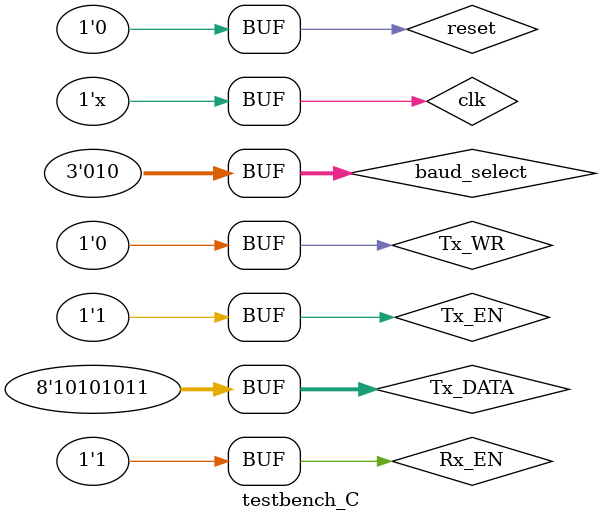
<source format=v>
`timescale 1ns/1ps
module testbench_C;
reg clk, reset;
wire sample_ENABLE;
reg [2:0] baud_select;


reg [7:0] Tx_DATA;
reg Tx_EN, Tx_WR, Rx_EN, Rx_D;

wire TxD, Tx_BUSY, Rx_FERROR, Rx_PERROR, Rx_VALID;
wire [7:0] Rx_DATA;

initial 
begin
    //sample_ENABLE = 0;  
    clk = 0;
    reset = 1;
    Tx_DATA = 8'b11101011;
    Tx_WR = 0;
    Tx_EN = 0;
    Rx_EN = 0;
    baud_select = 3'b010;
    #10000 Tx_EN = 1;
    #100 Rx_EN = 1;
    #500 Tx_WR = 1;
    #10 baud_select = 3'b010;
    #10 reset = 0;
    #16000 Tx_WR = 0;
    #3000000 Tx_DATA = 8'b10101011;
    #100 Tx_WR = 1;
    #16000 Tx_WR = 0;
end

uart_transmitter uart_transmitter_init (.reset(reset), .clk(clk), .Tx_DATA(Tx_DATA), .baud_select(baud_select), .Tx_WR(Tx_WR), .Tx_EN(Tx_EN), .TxD(TxD), .Tx_BUSY(Tx_BUSY));
uart_reciever uart_reciever_init (.reset(reset), .clk(clk), .Rx_DATA(Rx_DATA), .baud_select(baud_select), .Rx_EN(Rx_EN), .Rx_D(TxD), .Rx_FERROR(Rx_FERROR), .Rx_PERROR(Rx_PERROR), .Rx_VALID(Rx_VALID));

always #5 clk = ~clk;
endmodule
</source>
